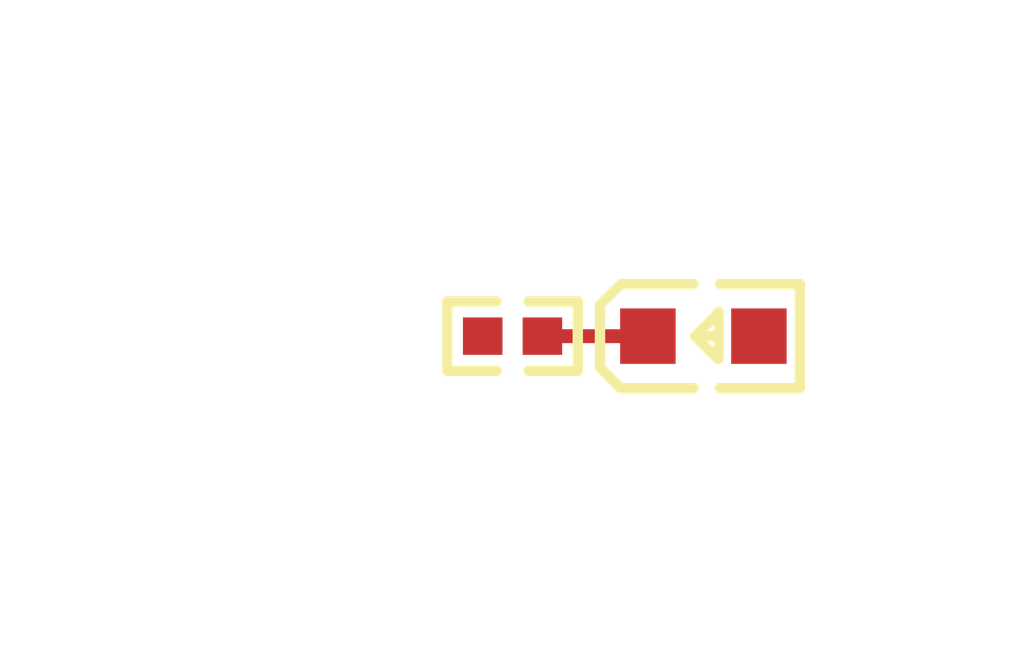
<source format=kicad_pcb>
(kicad_pcb (version 20241229) (generator "pcbnew") (generator_version "9.0")
  (layers (0 "F.Cu" signal) (2 "B.Cu" signal) (13 "F.Paste" user) (15 "B.Paste" user) (5 "F.SilkS" user "F.Silkscreen") (7 "B.SilkS" user "B.Silkscreen") (1 "F.Mask" user) (3 "B.Mask" user) (25 "Edge.Cuts" user))
  (net 0 "")
  (net 1 "gnd")
  (net 2 "anode")
  (net 3 "cathode")
  (footprint "UNI_ROYAL_0402WGF1002TCE:R0402" (layer "F.Cu") (at -2.75 0 180)
    (property "Reference" "R1" (hide yes))
    (property "Value" "10kΩ ±1% 62.5mW")
    (fp_line (start 0.94 0.5) (end 0.94 -0.5) (stroke (width 0.15)) (layer "F.SilkS"))
    (fp_line (start 0.94 -0.5) (end 0.23 -0.5) (stroke (width 0.15)) (layer "F.SilkS"))
    (fp_line (start 0.23 0.5) (end 0.94 0.5) (stroke (width 0.15)) (layer "F.SilkS"))
    (fp_line (start -0.23 0.5) (end -0.94 0.5) (stroke (width 0.15)) (layer "F.SilkS"))
    (fp_line (start -0.94 0.5) (end -0.94 -0.5) (stroke (width 0.15)) (layer "F.SilkS"))
    (fp_line (start -0.94 -0.5) (end -0.23 -0.5) (stroke (width 0.15)) (layer "F.SilkS"))
    (pad "1" smd rect (at -0.43 0 180) (size 0.57 0.54) (layers "F.Cu" "F.Mask" "F.Paste") (net 3 "cathode"))
    (pad "2" smd rect (at 0.43 0 180) (size 0.57 0.54) (layers "F.Cu" "F.Mask" "F.Paste") (net 1 "gnd"))
  )
  (footprint "Hubei_KENTO_Elec_KT_0603G:LED0603-RD" (layer "F.Cu") (at 0 0 0)
    (property "Reference" "U1" (hide yes))
    (property "Value" "2.75V")
    (fp_line (start 0.22 0.33) (end 0.21 0.33) (stroke (width 0.15)) (layer "F.SilkS"))
    (fp_line (start 0.21 0.33) (end -0.12 0) (stroke (width 0.15)) (layer "F.SilkS"))
    (fp_line (start 0.22 -0.35) (end 0.22 -0.34) (stroke (width 0.15)) (layer "F.SilkS"))
    (fp_line (start 0.22 -0.34) (end -0.12 0) (stroke (width 0.15)) (layer "F.SilkS"))
    (fp_line (start 0.22 -0.35) (end 0.22 0.33) (stroke (width 0.15)) (layer "F.SilkS"))
    (fp_line (start 0.24 -0.75) (end 1.39 -0.75) (stroke (width 0.15)) (layer "F.SilkS"))
    (fp_line (start 0.24 0.75) (end 1.39 0.75) (stroke (width 0.15)) (layer "F.SilkS"))
    (fp_line (start 1.39 -0.75) (end 1.39 0.73) (stroke (width 0.15)) (layer "F.SilkS"))
    (fp_line (start -0.14 0.75) (end -1.19 0.75) (stroke (width 0.15)) (layer "F.SilkS"))
    (fp_line (start -1.49 0.35) (end -1.49 0.45) (stroke (width 0.15)) (layer "F.SilkS"))
    (fp_line (start -1.49 0.45) (end -1.19 0.75) (stroke (width 0.15)) (layer "F.SilkS"))
    (fp_line (start -1.49 -0.35) (end -1.49 0.35) (stroke (width 0.15)) (layer "F.SilkS"))
    (fp_line (start -1.49 -0.35) (end -1.49 -0.45) (stroke (width 0.15)) (layer "F.SilkS"))
    (fp_line (start -1.49 -0.45) (end -1.19 -0.75) (stroke (width 0.15)) (layer "F.SilkS"))
    (fp_line (start -0.14 -0.75) (end -1.19 -0.75) (stroke (width 0.15)) (layer "F.SilkS"))
    (fp_line (start 0.22 0) (end -0.12 0) (stroke (width 0.15)) (layer "F.SilkS"))
    (pad "2" smd rect (at 0.8 0 90) (size 0.8 0.8) (layers "F.Cu" "F.Paste" "F.Mask") (net 2 "anode"))
    (pad "1" smd rect (at -0.8 0 90) (size 0.8 0.8) (layers "F.Cu" "F.Paste" "F.Mask") (net 3 "cathode"))
  )
  (segment (start -2.32 0) (end -0.8 0) (width 0.2) (net 3) (layer "F.Cu"))
)
</source>
